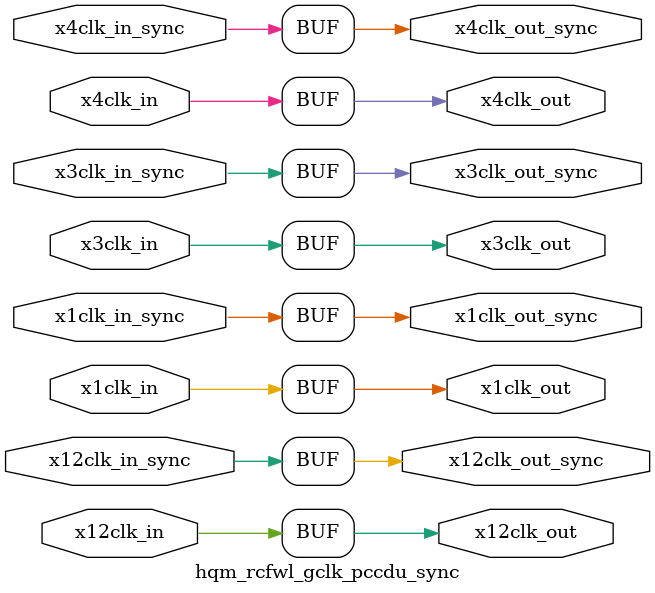
<source format=sv>

module hqm_rcfwl_gclk_pccdu_sync
  (
      input  logic  x4clk_in,              
      input  logic  x1clk_in,               
      input  logic  x3clk_in, 
      input  logic  x12clk_in,               
      input  logic  x1clk_in_sync,
      input  logic  x3clk_in_sync,
      input  logic  x4clk_in_sync,
      input  logic  x12clk_in_sync,
      output logic  x4clk_out,              
      output logic  x1clk_out,              
      output logic  x3clk_out, 
      output logic  x12clk_out,              
      output logic  x1clk_out_sync,
      output logic  x3clk_out_sync,
      output logic  x4clk_out_sync,
      output logic  x12clk_out_sync
  );



   assign  x4clk_out = x4clk_in;
   assign  x1clk_out = x1clk_in;
   assign  x3clk_out = x3clk_in;
   assign  x12clk_out = x12clk_in;
   assign  x4clk_out_sync = x4clk_in_sync; 
   assign  x1clk_out_sync = x1clk_in_sync;
   assign  x3clk_out_sync = x3clk_in_sync; 
   assign  x12clk_out_sync = x12clk_in_sync;
endmodule

</source>
